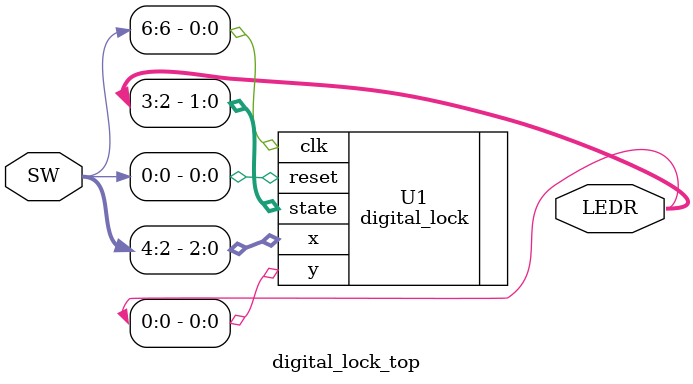
<source format=v>
module digital_lock_top(SW, LEDR);


input  [9:0] SW;
output [9:0] LEDR; 




digital_lock U1 (.clk(SW[6]), .reset(SW[0]), .x(SW[4:2]), .y(LEDR[0]),  .state(LEDR[3:2]));


endmodule 

</source>
